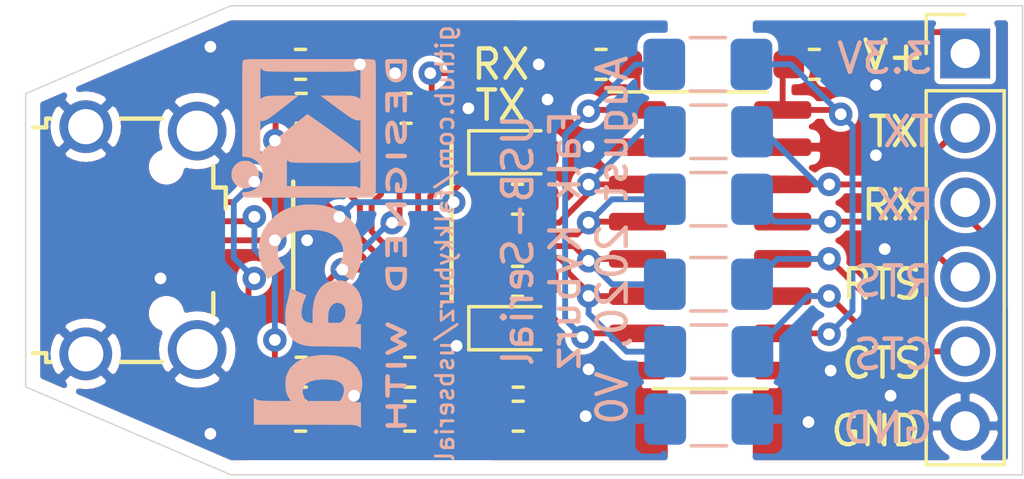
<source format=kicad_pcb>
(kicad_pcb (version 20171130) (host pcbnew "(5.1.5)-3")
  (layers (0 F.Cu signal) (31 B.Cu signal) (34 B.Paste user hide) (35 F.Paste user hide) (36 B.SilkS user) (37 F.SilkS user) (38 B.Mask user hide) (39 F.Mask user hide) (44 Edge.Cuts user))
  (net 0 "")
  (net 1 GND)
  (net 2 +5V)
  (net 3 +3V3)
  (net 4 /TXLed)
  (net 5 /RXLed)
  (net 6 /RX)
  (net 7 /TX)
  (net 8 /GNDi)
  (net 9 /CTSi)
  (net 10 /RTSi)
  (net 11 /RXi)
  (net 12 /TXi)
  (net 13 /3V3i)
  (net 14 /VBUS)
  (net 15 /USBD-)
  (net 16 /USBD+)
  (net 17 /TXLed1)
  (net 18 /RXLed1)
  (net 19 /USBDM)
  (net 20 /USBDP)
  (net 21 /~RTS~)
  (net 22 /~CTS~)
  (module Symbol:KiCad-Logo2_5mm_SilkScreen (layer B.Cu) (at 139 77.1 270)
    (fp_text reference SYM1 hide)
    (fp_text value KiCadLogo hide)
  )
  (module Resistor_SMD:R_1206_3216Metric_Pad1.42x1.75mm_HandSolder (layer B.Cu) (at 152.2665 71)
    (fp_text reference JP1 hide)
    (fp_text value Jumper_NO_Small)
    (pad 2 smd roundrect (at 1.4875 0) (size 1.425 1.75) (layers B.Cu B.Paste B.Mask) (roundrect_rratio 0.175439) (net 13 /3V3i))
    (pad 1 smd roundrect (at -1.4875 0) (size 1.425 1.75) (layers B.Cu B.Paste B.Mask) (roundrect_rratio 0.175439) (net 3 +3V3))
  )
  (module Capacitor_SMD:C_0603_1608Metric_Pad1.05x0.95mm_HandSolder (layer F.Cu) (at 142.1 81.5)
    (fp_text reference C7 hide)
    (fp_text value 100n)
    (pad 2 smd roundrect (at 0.875 0) (size 1.05 0.95) (layers F.Cu F.Paste F.Mask) (net 1 GND))
    (pad 1 smd roundrect (at -0.875 0) (size 1.05 0.95) (layers F.Cu F.Paste F.Mask) (net 2 +5V))
  )
  (module Resistor_SMD:R_1206_3216Metric_Pad1.42x1.75mm_HandSolder (layer B.Cu) (at 152.3 83.1)
    (fp_text reference JP6 hide)
    (fp_text value Jumper_NO_Small)
    (pad 2 smd roundrect (at 1.4875 0) (size 1.425 1.75) (layers B.Cu B.Paste B.Mask) (roundrect_rratio 0.175439) (net 8 /GNDi))
    (pad 1 smd roundrect (at -1.4875 0) (size 1.425 1.75) (layers B.Cu B.Paste B.Mask) (roundrect_rratio 0.175439) (net 1 GND))
  )
  (module Resistor_SMD:R_1206_3216Metric_Pad1.42x1.75mm_HandSolder (layer B.Cu) (at 152.3 80.8)
    (fp_text reference JP5 hide)
    (fp_text value Jumper_NO_Small)
    (pad 2 smd roundrect (at 1.4875 0) (size 1.425 1.75) (layers B.Cu B.Paste B.Mask) (roundrect_rratio 0.175439) (net 9 /CTSi))
    (pad 1 smd roundrect (at -1.4875 0) (size 1.425 1.75) (layers B.Cu B.Paste B.Mask) (roundrect_rratio 0.175439) (net 22 /~CTS~))
  )
  (module Resistor_SMD:R_1206_3216Metric_Pad1.42x1.75mm_HandSolder (layer B.Cu) (at 152.2875 75.6)
    (fp_text reference JP4 hide)
    (fp_text value Jumper_NO_Small)
    (pad 2 smd roundrect (at 1.4875 0) (size 1.425 1.75) (layers B.Cu B.Paste B.Mask) (roundrect_rratio 0.175439) (net 10 /RTSi))
    (pad 1 smd roundrect (at -1.4875 0) (size 1.425 1.75) (layers B.Cu B.Paste B.Mask) (roundrect_rratio 0.175439) (net 21 /~RTS~))
  )
  (module Resistor_SMD:R_1206_3216Metric_Pad1.42x1.75mm_HandSolder (layer B.Cu) (at 152.2875 78.5)
    (fp_text reference JP3 hide)
    (fp_text value Jumper_NO_Small)
    (pad 2 smd roundrect (at 1.4875 0) (size 1.425 1.75) (layers B.Cu B.Paste B.Mask) (roundrect_rratio 0.175439) (net 11 /RXi))
    (pad 1 smd roundrect (at -1.4875 0) (size 1.425 1.75) (layers B.Cu B.Paste B.Mask) (roundrect_rratio 0.175439) (net 6 /RX))
  )
  (module Resistor_SMD:R_1206_3216Metric_Pad1.42x1.75mm_HandSolder (layer B.Cu) (at 152.2875 73.3)
    (fp_text reference JP2 hide)
    (fp_text value Jumper_NO_Small)
    (pad 2 smd roundrect (at 1.4875 0) (size 1.425 1.75) (layers B.Cu B.Paste B.Mask) (roundrect_rratio 0.175439) (net 12 /TXi))
    (pad 1 smd roundrect (at -1.4875 0) (size 1.425 1.75) (layers B.Cu B.Paste B.Mask) (roundrect_rratio 0.175439) (net 7 /TX))
  )
  (module Connector_USB:USB_Micro-B_Wuerth_629105150521_CircularHoles (layer F.Cu) (at 133 77 270)
    (fp_text reference J2 hide)
    (fp_text value "USB_B_Micro WE 629105150521")
    (pad "" np_thru_hole circle (at 2.5 -0.8 270) (size 0.8 0.8) (drill 0.8) (layers *.Cu *.Mask))
    (pad "" np_thru_hole circle (at -2.5 -0.8 270) (size 0.8 0.8) (drill 0.8) (layers *.Cu *.Mask))
    (pad 6 thru_hole circle (at 3.875 1.95 270) (size 1.8 1.8) (drill 1.2) (layers *.Cu *.Mask) (net 1 GND))
    (pad 6 thru_hole circle (at -3.875 1.95 270) (size 1.8 1.8) (drill 1.2) (layers *.Cu *.Mask) (net 1 GND))
    (pad 6 thru_hole circle (at 3.725 -1.85 270) (size 2 2) (drill 1.4) (layers *.Cu *.Mask) (net 1 GND))
    (pad 6 thru_hole circle (at -3.725 -1.85 270) (size 2 2) (drill 1.4) (layers *.Cu *.Mask) (net 1 GND))
    (pad 5 smd rect (at 1.3 -1.9 270) (size 0.45 1.3) (layers F.Cu F.Paste F.Mask) (net 1 GND))
    (pad 4 smd rect (at 0.65 -1.9 270) (size 0.45 1.3) (layers F.Cu F.Paste F.Mask))
    (pad 3 smd rect (at 0 -1.9 270) (size 0.45 1.3) (layers F.Cu F.Paste F.Mask) (net 16 /USBD+))
    (pad 2 smd rect (at -0.65 -1.9 270) (size 0.45 1.3) (layers F.Cu F.Paste F.Mask) (net 15 /USBD-))
    (pad 1 smd rect (at -1.3 -1.9 270) (size 0.45 1.3) (layers F.Cu F.Paste F.Mask) (net 14 /VBUS))
  )
  (module Package_SO:SSOP-16_3.9x4.9mm_P0.635mm (layer F.Cu) (at 140.8 77 270)
    (fp_text reference U2 hide)
    (fp_text value FT230XS)
    (pad 16 smd rect (at 2.6 -2.2225 270) (size 1.2 0.4) (layers F.Cu F.Paste F.Mask))
    (pad 15 smd rect (at 2.6 -1.5875 270) (size 1.2 0.4) (layers F.Cu F.Paste F.Mask))
    (pad 14 smd rect (at 2.6 -0.9525 270) (size 1.2 0.4) (layers F.Cu F.Paste F.Mask) (net 4 /TXLed))
    (pad 13 smd rect (at 2.6 -0.3175 270) (size 1.2 0.4) (layers F.Cu F.Paste F.Mask) (net 1 GND))
    (pad 12 smd rect (at 2.6 0.3175 270) (size 1.2 0.4) (layers F.Cu F.Paste F.Mask) (net 2 +5V))
    (pad 11 smd rect (at 2.6 0.9525 270) (size 1.2 0.4) (layers F.Cu F.Paste F.Mask) (net 3 +3V3))
    (pad 10 smd rect (at 2.6 1.5875 270) (size 1.2 0.4) (layers F.Cu F.Paste F.Mask) (net 3 +3V3))
    (pad 9 smd rect (at 2.6 2.2225 270) (size 1.2 0.4) (layers F.Cu F.Paste F.Mask) (net 19 /USBDM))
    (pad 8 smd rect (at -2.6 2.2225 270) (size 1.2 0.4) (layers F.Cu F.Paste F.Mask) (net 20 /USBDP))
    (pad 7 smd rect (at -2.6 1.5875 270) (size 1.2 0.4) (layers F.Cu F.Paste F.Mask) (net 5 /RXLed))
    (pad 6 smd rect (at -2.6 0.9525 270) (size 1.2 0.4) (layers F.Cu F.Paste F.Mask) (net 22 /~CTS~))
    (pad 5 smd rect (at -2.6 0.3175 270) (size 1.2 0.4) (layers F.Cu F.Paste F.Mask) (net 1 GND))
    (pad 4 smd rect (at -2.6 -0.3175 270) (size 1.2 0.4) (layers F.Cu F.Paste F.Mask) (net 6 /RX))
    (pad 3 smd rect (at -2.6 -0.9525 270) (size 1.2 0.4) (layers F.Cu F.Paste F.Mask) (net 3 +3V3))
    (pad 2 smd rect (at -2.6 -1.5875 270) (size 1.2 0.4) (layers F.Cu F.Paste F.Mask) (net 21 /~RTS~))
    (pad 1 smd rect (at -2.6 -2.2225 270) (size 1.2 0.4) (layers F.Cu F.Paste F.Mask) (net 7 /TX))
  )
  (module Capacitor_SMD:C_0603_1608Metric_Pad1.05x0.95mm_HandSolder (layer F.Cu) (at 155.9 71)
    (fp_text reference C2 hide)
    (fp_text value 100n)
    (pad 2 smd roundrect (at 0.875 0) (size 1.05 0.95) (layers F.Cu F.Paste F.Mask) (net 8 /GNDi))
    (pad 1 smd roundrect (at -0.875 0) (size 1.05 0.95) (layers F.Cu F.Paste F.Mask) (net 13 /3V3i))
  )
  (module Resistor_SMD:R_0603_1608Metric_Pad1.05x0.95mm_HandSolder (layer F.Cu) (at 145.775 75.6)
    (fp_text reference R2 hide)
    (fp_text value 270)
    (pad 2 smd roundrect (at 0.875 0) (size 1.05 0.95) (layers F.Cu F.Paste F.Mask) (net 18 /RXLed1))
    (pad 1 smd roundrect (at -0.875 0) (size 1.05 0.95) (layers F.Cu F.Paste F.Mask) (net 3 +3V3))
  )
  (module Resistor_SMD:R_0603_1608Metric_Pad1.05x0.95mm_HandSolder (layer F.Cu) (at 145.775 78.4)
    (fp_text reference R1 hide)
    (fp_text value 270)
    (pad 2 smd roundrect (at 0.875 0) (size 1.05 0.95) (layers F.Cu F.Paste F.Mask) (net 17 /TXLed1))
    (pad 1 smd roundrect (at -0.875 0) (size 1.05 0.95) (layers F.Cu F.Paste F.Mask) (net 3 +3V3))
  )
  (module LED_SMD:LED_0603_1608Metric_Pad1.05x0.95mm_HandSolder (layer F.Cu) (at 145.775 74)
    (fp_text reference D2 hide)
    (fp_text value Green)
    (pad 2 smd roundrect (at 0.875 0) (size 1.05 0.95) (layers F.Cu F.Paste F.Mask) (net 18 /RXLed1))
    (pad 1 smd roundrect (at -0.875 0) (size 1.05 0.95) (layers F.Cu F.Paste F.Mask) (net 5 /RXLed))
  )
  (module LED_SMD:LED_0603_1608Metric_Pad1.05x0.95mm_HandSolder (layer F.Cu) (at 145.775 80)
    (fp_text reference D1 hide)
    (fp_text value Green)
    (pad 2 smd roundrect (at 0.875 0) (size 1.05 0.95) (layers F.Cu F.Paste F.Mask) (net 17 /TXLed1))
    (pad 1 smd roundrect (at -0.875 0) (size 1.05 0.95) (layers F.Cu F.Paste F.Mask) (net 4 /TXLed))
  )
  (module Package_SO:SOIC-16_3.9x9.9mm_P1.27mm (layer F.Cu) (at 152.344 77)
    (fp_text reference U1 hide)
    (fp_text value Si8642BB-B-IS1)
    (pad 16 smd roundrect (at 2.475 -4.445) (size 1.95 0.6) (layers F.Cu F.Paste F.Mask) (net 13 /3V3i))
    (pad 15 smd roundrect (at 2.475 -3.175) (size 1.95 0.6) (layers F.Cu F.Paste F.Mask) (net 8 /GNDi))
    (pad 14 smd roundrect (at 2.475 -1.905) (size 1.95 0.6) (layers F.Cu F.Paste F.Mask) (net 12 /TXi))
    (pad 13 smd roundrect (at 2.475 -0.635) (size 1.95 0.6) (layers F.Cu F.Paste F.Mask) (net 10 /RTSi))
    (pad 12 smd roundrect (at 2.475 0.635) (size 1.95 0.6) (layers F.Cu F.Paste F.Mask) (net 11 /RXi))
    (pad 11 smd roundrect (at 2.475 1.905) (size 1.95 0.6) (layers F.Cu F.Paste F.Mask) (net 9 /CTSi))
    (pad 10 smd roundrect (at 2.475 3.175) (size 1.95 0.6) (layers F.Cu F.Paste F.Mask) (net 13 /3V3i))
    (pad 9 smd roundrect (at 2.475 4.445) (size 1.95 0.6) (layers F.Cu F.Paste F.Mask) (net 8 /GNDi))
    (pad 8 smd roundrect (at -2.475 4.445) (size 1.95 0.6) (layers F.Cu F.Paste F.Mask) (net 1 GND))
    (pad 7 smd roundrect (at -2.475 3.175) (size 1.95 0.6) (layers F.Cu F.Paste F.Mask) (net 3 +3V3))
    (pad 6 smd roundrect (at -2.475 1.905) (size 1.95 0.6) (layers F.Cu F.Paste F.Mask) (net 22 /~CTS~))
    (pad 5 smd roundrect (at -2.475 0.635) (size 1.95 0.6) (layers F.Cu F.Paste F.Mask) (net 6 /RX))
    (pad 4 smd roundrect (at -2.475 -0.635) (size 1.95 0.6) (layers F.Cu F.Paste F.Mask) (net 21 /~RTS~))
    (pad 3 smd roundrect (at -2.475 -1.905) (size 1.95 0.6) (layers F.Cu F.Paste F.Mask) (net 7 /TX))
    (pad 2 smd roundrect (at -2.475 -3.175) (size 1.95 0.6) (layers F.Cu F.Paste F.Mask) (net 1 GND))
    (pad 1 smd roundrect (at -2.475 -4.445) (size 1.95 0.6) (layers F.Cu F.Paste F.Mask) (net 3 +3V3))
  )
  (module Resistor_SMD:R_0603_1608Metric_Pad1.05x0.95mm_HandSolder (layer F.Cu) (at 138.4 81.5 180)
    (fp_text reference R4 hide)
    (fp_text value 27R)
    (pad 2 smd roundrect (at 0.875 0 180) (size 1.05 0.95) (layers F.Cu F.Paste F.Mask) (net 15 /USBD-))
    (pad 1 smd roundrect (at -0.875 0 180) (size 1.05 0.95) (layers F.Cu F.Paste F.Mask) (net 19 /USBDM))
  )
  (module Resistor_SMD:R_0603_1608Metric_Pad1.05x0.95mm_HandSolder (layer F.Cu) (at 138.4 72.5 180)
    (fp_text reference R3 hide)
    (fp_text value 27R)
    (pad 2 smd roundrect (at 0.875 0 180) (size 1.05 0.95) (layers F.Cu F.Paste F.Mask) (net 16 /USBD+))
    (pad 1 smd roundrect (at -0.875 0 180) (size 1.05 0.95) (layers F.Cu F.Paste F.Mask) (net 20 /USBDP))
  )
  (module Connector_PinHeader_2.54mm:PinHeader_1x06_P2.54mm_Vertical (layer F.Cu) (at 161.044 70.63)
    (fp_text reference J1 hide)
    (fp_text value Conn_01x06_Male)
    (pad 6 thru_hole oval (at 0 12.7) (size 1.7 1.7) (drill 1) (layers *.Cu *.Mask) (net 8 /GNDi))
    (pad 5 thru_hole oval (at 0 10.16) (size 1.7 1.7) (drill 1) (layers *.Cu *.Mask) (net 9 /CTSi))
    (pad 4 thru_hole oval (at 0 7.62) (size 1.7 1.7) (drill 1) (layers *.Cu *.Mask) (net 10 /RTSi))
    (pad 3 thru_hole oval (at 0 5.08) (size 1.7 1.7) (drill 1) (layers *.Cu *.Mask) (net 11 /RXi))
    (pad 2 thru_hole oval (at 0 2.54) (size 1.7 1.7) (drill 1) (layers *.Cu *.Mask) (net 12 /TXi))
    (pad 1 thru_hole rect (at 0 0) (size 1.7 1.7) (drill 1) (layers *.Cu *.Mask) (net 13 /3V3i))
  )
  (module Inductor_SMD:L_0603_1608Metric_Pad1.05x0.95mm_HandSolder (layer F.Cu) (at 142.1 83 180)
    (fp_text reference FB1 hide)
    (fp_text value MI0603J601R-10)
    (pad 2 smd roundrect (at 0.875 0 180) (size 1.05 0.95) (layers F.Cu F.Paste F.Mask) (net 14 /VBUS))
    (pad 1 smd roundrect (at -0.875 0 180) (size 1.05 0.95) (layers F.Cu F.Paste F.Mask) (net 2 +5V))
  )
  (module Capacitor_SMD:C_0603_1608Metric_Pad1.05x0.95mm_HandSolder (layer F.Cu) (at 148.625 71 180)
    (fp_text reference C1 hide)
    (fp_text value 100n)
    (pad 2 smd roundrect (at 0.875 0 180) (size 1.05 0.95) (layers F.Cu F.Paste F.Mask) (net 1 GND))
    (pad 1 smd roundrect (at -0.875 0 180) (size 1.05 0.95) (layers F.Cu F.Paste F.Mask) (net 3 +3V3))
  )
  (module Capacitor_SMD:C_0603_1608Metric_Pad1.05x0.95mm_HandSolder (layer F.Cu) (at 141.975 72.5 180)
    (fp_text reference C8 hide)
    (fp_text value 100n)
    (pad 2 smd roundrect (at 0.875 0 180) (size 1.05 0.95) (layers F.Cu F.Paste F.Mask) (net 1 GND))
    (pad 1 smd roundrect (at -0.875 0 180) (size 1.05 0.95) (layers F.Cu F.Paste F.Mask) (net 3 +3V3))
  )
  (module Capacitor_SMD:C_0603_1608Metric_Pad1.05x0.95mm_HandSolder (layer F.Cu) (at 145.8 81.5)
    (fp_text reference C6 hide)
    (fp_text value 4.7u)
    (pad 2 smd roundrect (at 0.875 0) (size 1.05 0.95) (layers F.Cu F.Paste F.Mask) (net 1 GND))
    (pad 1 smd roundrect (at -0.875 0) (size 1.05 0.95) (layers F.Cu F.Paste F.Mask) (net 2 +5V))
  )
  (module Capacitor_SMD:C_0603_1608Metric_Pad1.05x0.95mm_HandSolder (layer F.Cu) (at 138.375 83)
    (fp_text reference C5 hide)
    (fp_text value 47p)
    (pad 2 smd roundrect (at 0.875 0) (size 1.05 0.95) (layers F.Cu F.Paste F.Mask) (net 1 GND))
    (pad 1 smd roundrect (at -0.875 0) (size 1.05 0.95) (layers F.Cu F.Paste F.Mask) (net 15 /USBD-))
  )
  (module Capacitor_SMD:C_0603_1608Metric_Pad1.05x0.95mm_HandSolder (layer F.Cu) (at 138.375 71)
    (fp_text reference C4 hide)
    (fp_text value 47p)
    (pad 2 smd roundrect (at 0.875 0) (size 1.05 0.95) (layers F.Cu F.Paste F.Mask) (net 1 GND))
    (pad 1 smd roundrect (at -0.875 0) (size 1.05 0.95) (layers F.Cu F.Paste F.Mask) (net 16 /USBD+))
  )
  (module Capacitor_SMD:C_0603_1608Metric_Pad1.05x0.95mm_HandSolder (layer F.Cu) (at 145.8 83)
    (fp_text reference C3 hide)
    (fp_text value 10n)
    (pad 2 smd roundrect (at 0.875 0) (size 1.05 0.95) (layers F.Cu F.Paste F.Mask) (net 1 GND))
    (pad 1 smd roundrect (at -0.875 0) (size 1.05 0.95) (layers F.Cu F.Paste F.Mask) (net 14 /VBUS))
  )
  (gr_text github.com/falkkyburz/usbserial (at 143.3 77.1 90) (layer B.SilkS) (effects (font (size 0.6 0.6) (thickness 0.1)) (justify mirror)))
  (gr_text TX (at 145.2 72.4) (layer F.SilkS) (effects (font (size 1 1))))
  (gr_text RX (at 145.2 71) (layer F.SilkS) (effects (font (size 1 1))))
  (gr_text GND (at 158.4 83.4) (layer B.SilkS) (effects (font (size 1 1)) (justify mirror)))
  (gr_text TX (at 159.1 73.3) (layer B.SilkS) (effects (font (size 1 1)) (justify mirror)))
  (gr_text RX (at 159 75.8) (layer B.SilkS) (effects (font (size 1 1)) (justify mirror)))
  (gr_text CTS (at 158.6 80.9) (layer B.SilkS) (effects (font (size 1 1)) (justify mirror)))
  (gr_text 3.3V (at 158.3 70.8) (layer B.SilkS) (effects (font (size 1 1)) (justify mirror)))
  (gr_text RTS (at 158.6 78.4) (layer B.SilkS) (effects (font (size 1 1)) (justify mirror)))
  (gr_text "USB-Serial\nFalk Kyburz\nAugust 2020, V0" (at 147.4 77 90) (layer B.SilkS) (effects (font (size 1 1)) (justify mirror)))
  (gr_line (start 129 82) (end 136 85) (layer Edge.Cuts) (width 0.05))
  (gr_line (start 136 69) (end 129 72) (layer Edge.Cuts) (width 0.05))
  (gr_text GND (at 158 83.5) (layer F.SilkS) (effects (font (size 1 1))))
  (gr_text CTS (at 158.2 81.2) (layer F.SilkS) (effects (font (size 1 1))))
  (gr_text RTS (at 158.2 78.5) (layer F.SilkS) (effects (font (size 1 1))))
  (gr_text RX (at 158.5 75.8) (layer F.SilkS) (effects (font (size 1 1))))
  (gr_text TX (at 158.6 73.3) (layer F.SilkS) (effects (font (size 1 1))))
  (gr_text V+ (at 158.6 70.7) (layer F.SilkS) (effects (font (size 1 1))))
  (gr_line (start 136 85) (end 163 85) (layer Edge.Cuts) (width 0.05))
  (gr_line (start 129 72) (end 129 82) (layer Edge.Cuts) (width 0.05))
  (gr_line (start 163 69) (end 136 69) (layer Edge.Cuts) (width 0.05))
  (gr_line (start 163 85) (end 163 69) (layer Edge.Cuts) (width 0.05))
  (via (at 135.3 70.4) (size 0.8) (drill 0.4) (layers F.Cu B.Cu) (net 1))
  (via (at 135.3 83.6) (size 0.8) (drill 0.4) (layers F.Cu B.Cu) (net 1))
  (segment (start 134.9 78.3) (end 134.9 78.5) (width 0.2) (layer F.Cu) (net 1))
  (segment (start 148.245 81.445) (end 149.869 81.445) (width 0.2) (layer F.Cu) (net 1))
  (via (at 148.2 81.4) (size 0.8) (drill 0.4) (layers F.Cu B.Cu) (net 1))
  (segment (start 148.2 81.4) (end 148.245 81.445) (width 0.2) (layer F.Cu) (net 1))
  (segment (start 140.4 71) (end 139.25 71) (width 0.2) (layer F.Cu) (net 1))
  (via (at 140.4 71) (size 0.8) (drill 0.4) (layers F.Cu B.Cu) (net 1))
  (segment (start 140.4825 73.1175) (end 141.1 72.5) (width 0.2) (layer F.Cu) (net 1))
  (segment (start 140.4825 74.4) (end 140.4825 73.1175) (width 0.2) (layer F.Cu) (net 1))
  (via (at 141.6 71.3) (size 0.8) (drill 0.4) (layers F.Cu B.Cu) (net 1))
  (segment (start 141.1 72.5) (end 141.1 71.8) (width 0.2) (layer F.Cu) (net 1))
  (segment (start 141.1 71.8) (end 141.6 71.3) (width 0.2) (layer F.Cu) (net 1))
  (segment (start 148.1 81.5) (end 148.2 81.4) (width 0.2) (layer F.Cu) (net 1))
  (segment (start 146.675 81.5) (end 148.1 81.5) (width 0.2) (layer F.Cu) (net 1))
  (via (at 148.2 73.8) (size 0.8) (drill 0.4) (layers F.Cu B.Cu) (net 1))
  (segment (start 149.869 73.825) (end 148.225 73.825) (width 0.2) (layer F.Cu) (net 1))
  (segment (start 148.225 73.825) (end 148.2 73.8) (width 0.2) (layer F.Cu) (net 1))
  (via (at 138.6 77) (size 0.8) (drill 0.4) (layers F.Cu B.Cu) (net 1))
  (via (at 133.6 78.3) (size 0.8) (drill 0.4) (layers F.Cu B.Cu) (net 1))
  (via (at 146.5 71) (size 0.8) (drill 0.4) (layers F.Cu B.Cu) (net 1))
  (via (at 144.1 72.5) (size 0.8) (drill 0.4) (layers F.Cu B.Cu) (net 1))
  (segment (start 146.675 83) (end 148.1 83) (width 0.2) (layer F.Cu) (net 1))
  (via (at 148.1 83) (size 0.8) (drill 0.4) (layers F.Cu B.Cu) (net 1))
  (segment (start 147.75 71.25) (end 147.75 71) (width 0.2) (layer F.Cu) (net 1))
  (via (at 146.8 72.2) (size 0.8) (drill 0.4) (layers F.Cu B.Cu) (net 1))
  (segment (start 146.8 72.2) (end 147.75 71.25) (width 0.2) (layer F.Cu) (net 1))
  (segment (start 143.7 80.65) (end 142.85 81.5) (width 0.2) (layer F.Cu) (net 1))
  (via (at 143.7 80.6) (size 0.8) (drill 0.4) (layers F.Cu B.Cu) (net 1))
  (segment (start 143.7 80.6) (end 143.7 80.65) (width 0.2) (layer F.Cu) (net 1))
  (segment (start 139.5 83) (end 139.25 83) (width 0.2) (layer F.Cu) (net 1))
  (via (at 140.2 82.3) (size 0.8) (drill 0.4) (layers F.Cu B.Cu) (net 1))
  (segment (start 140.2 82.3) (end 139.5 83) (width 0.2) (layer F.Cu) (net 1))
  (segment (start 140.4825 80.6825) (end 140.4825 79.6) (width 0.2) (layer F.Cu) (net 2))
  (segment (start 142.8 83) (end 140.4825 80.6825) (width 0.2) (layer F.Cu) (net 2))
  (segment (start 143.3 83) (end 142.8 83) (width 0.2) (layer F.Cu) (net 2))
  (segment (start 144.625 81.5) (end 144.625 81.675) (width 0.2) (layer F.Cu) (net 2))
  (segment (start 144.625 81.675) (end 143.3 83) (width 0.2) (layer F.Cu) (net 2))
  (via (at 148.2 72.6) (size 0.8) (drill 0.4) (layers F.Cu B.Cu) (net 3))
  (segment (start 149.869 72.555) (end 148.245 72.555) (width 0.2) (layer F.Cu) (net 3))
  (segment (start 148.245 72.555) (end 148.2 72.6) (width 0.2) (layer F.Cu) (net 3))
  (segment (start 149.8 71) (end 148.2 72.6) (width 0.2) (layer B.Cu) (net 3))
  (segment (start 150.779 71) (end 149.8 71) (width 0.2) (layer B.Cu) (net 3))
  (segment (start 149.869 71.369) (end 149.5 71) (width 0.2) (layer F.Cu) (net 3))
  (segment (start 149.869 72.555) (end 149.869 71.369) (width 0.2) (layer F.Cu) (net 3))
  (segment (start 141.7525 73.5975) (end 142.85 72.5) (width 0.2) (layer F.Cu) (net 3))
  (segment (start 141.7525 74.4) (end 141.7525 73.5975) (width 0.2) (layer F.Cu) (net 3))
  (via (at 142.8 71.3) (size 0.8) (drill 0.4) (layers F.Cu B.Cu) (net 3))
  (segment (start 142.85 72.5) (end 142.85 71.35) (width 0.2) (layer F.Cu) (net 3))
  (segment (start 142.85 71.35) (end 142.8 71.3) (width 0.2) (layer F.Cu) (net 3))
  (segment (start 142.8 71.3) (end 144.4 71.3) (width 0.2) (layer F.Cu) (net 3))
  (segment (start 144.4 71.3) (end 145.8 72.7) (width 0.2) (layer F.Cu) (net 3))
  (segment (start 145.8 74.7) (end 144.9 75.6) (width 0.2) (layer F.Cu) (net 3))
  (segment (start 145.8 72.7) (end 145.8 74.7) (width 0.2) (layer F.Cu) (net 3))
  (segment (start 149.5 71) (end 149.5 70.5) (width 0.2) (layer F.Cu) (net 3))
  (segment (start 149.5 70.5) (end 149 70) (width 0.2) (layer F.Cu) (net 3))
  (segment (start 145.7 70) (end 144.4 71.3) (width 0.2) (layer F.Cu) (net 3))
  (segment (start 149 70) (end 145.7 70) (width 0.2) (layer F.Cu) (net 3))
  (via (at 148 80.3) (size 0.8) (drill 0.4) (layers F.Cu B.Cu) (net 3))
  (segment (start 149.869 80.175) (end 148.125 80.175) (width 0.2) (layer F.Cu) (net 3))
  (segment (start 148.125 80.175) (end 148 80.3) (width 0.2) (layer F.Cu) (net 3))
  (segment (start 148 80.3) (end 147.4 79.7) (width 0.2) (layer B.Cu) (net 3))
  (segment (start 147.4 73.4) (end 148.2 72.6) (width 0.2) (layer B.Cu) (net 3))
  (segment (start 147.4 79.7) (end 147.4 73.4) (width 0.2) (layer B.Cu) (net 3))
  (segment (start 141.7525 76.1475) (end 141.7525 74.4) (width 0.2) (layer F.Cu) (net 3))
  (via (at 141.5 76.4) (size 0.8) (drill 0.4) (layers F.Cu B.Cu) (net 3))
  (segment (start 141.5 76.4) (end 141.7525 76.1475) (width 0.2) (layer F.Cu) (net 3))
  (segment (start 139.2125 78.4875) (end 139.2125 79.6) (width 0.2) (layer F.Cu) (net 3))
  (via (at 139.8 78) (size 0.8) (drill 0.4) (layers F.Cu B.Cu) (net 3))
  (segment (start 139.7 78) (end 139.2125 78.4875) (width 0.2) (layer F.Cu) (net 3))
  (segment (start 139.8 78) (end 139.7 78) (width 0.2) (layer F.Cu) (net 3))
  (segment (start 139.8475 78.0475) (end 139.8475 79.6) (width 0.2) (layer F.Cu) (net 3))
  (segment (start 139.8 78) (end 139.8475 78.0475) (width 0.2) (layer F.Cu) (net 3))
  (segment (start 141.4 76.4) (end 139.8 78) (width 0.2) (layer B.Cu) (net 3))
  (segment (start 141.5 76.4) (end 141.4 76.4) (width 0.2) (layer B.Cu) (net 3))
  (segment (start 139.8 78) (end 143.8 78) (width 0.2) (layer F.Cu) (net 3))
  (segment (start 144.2 78.4) (end 144.9 78.4) (width 0.2) (layer F.Cu) (net 3))
  (segment (start 143.8 78) (end 144.2 78.4) (width 0.2) (layer F.Cu) (net 3))
  (segment (start 144.9 80) (end 144.5 80) (width 0.2) (layer F.Cu) (net 4))
  (segment (start 144.5 80) (end 143.7 79.2) (width 0.2) (layer F.Cu) (net 4))
  (segment (start 143.7 79.2) (end 143.7 78.8) (width 0.2) (layer F.Cu) (net 4))
  (segment (start 143.7 78.8) (end 143.4 78.5) (width 0.2) (layer F.Cu) (net 4))
  (segment (start 143.4 78.5) (end 142 78.5) (width 0.2) (layer F.Cu) (net 4))
  (segment (start 141.7525 78.7475) (end 141.7525 79.6) (width 0.2) (layer F.Cu) (net 4))
  (segment (start 142 78.5) (end 141.7525 78.7475) (width 0.2) (layer F.Cu) (net 4))
  (segment (start 139.2125 75.7125) (end 139.2125 74.4) (width 0.2) (layer F.Cu) (net 5))
  (via (at 139.7 76.2) (size 0.8) (drill 0.4) (layers F.Cu B.Cu) (net 5))
  (segment (start 139.7 76.2) (end 139.2125 75.7125) (width 0.2) (layer F.Cu) (net 5))
  (segment (start 143.6 75.7) (end 143.6 75.3) (width 0.2) (layer F.Cu) (net 5))
  (segment (start 143.6 75.3) (end 144.9 74) (width 0.2) (layer F.Cu) (net 5))
  (via (at 143.6 75.7) (size 0.8) (drill 0.4) (layers F.Cu B.Cu) (net 5))
  (segment (start 140.2 75.7) (end 139.7 76.2) (width 0.2) (layer B.Cu) (net 5))
  (segment (start 143.6 75.7) (end 140.2 75.7) (width 0.2) (layer B.Cu) (net 5))
  (segment (start 148.2 77.7) (end 149 78.5) (width 0.2) (layer B.Cu) (net 6))
  (segment (start 148.265 77.635) (end 149.869 77.635) (width 0.2) (layer F.Cu) (net 6))
  (via (at 148.2 77.7) (size 0.8) (drill 0.4) (layers F.Cu B.Cu) (net 6))
  (segment (start 149 78.5) (end 150.8 78.5) (width 0.2) (layer B.Cu) (net 6))
  (segment (start 148.2 77.7) (end 148.265 77.635) (width 0.2) (layer F.Cu) (net 6))
  (segment (start 141.1175 75.4325) (end 141.1175 74.4) (width 0.2) (layer F.Cu) (net 6))
  (segment (start 140.8 76.7) (end 140.8 75.75) (width 0.2) (layer F.Cu) (net 6))
  (segment (start 147.7 77.2) (end 141.3 77.2) (width 0.2) (layer F.Cu) (net 6))
  (segment (start 148.2 77.7) (end 147.7 77.2) (width 0.2) (layer F.Cu) (net 6))
  (segment (start 141.3 77.2) (end 140.8 76.7) (width 0.2) (layer F.Cu) (net 6))
  (segment (start 140.8 75.75) (end 141.1175 75.4325) (width 0.2) (layer F.Cu) (net 6))
  (segment (start 148.205 75.095) (end 149.869 75.095) (width 0.2) (layer F.Cu) (net 7))
  (segment (start 148.2 75.1) (end 148.205 75.095) (width 0.2) (layer F.Cu) (net 7))
  (segment (start 150 73.3) (end 150.8 73.3) (width 0.2) (layer B.Cu) (net 7))
  (via (at 148.2 75.1) (size 0.8) (drill 0.4) (layers F.Cu B.Cu) (net 7))
  (segment (start 148.2 75.1) (end 150 73.3) (width 0.2) (layer B.Cu) (net 7))
  (segment (start 143.0225 75.2775) (end 143.0225 74.4) (width 0.2) (layer F.Cu) (net 7))
  (segment (start 142.8 75.5) (end 143.0225 75.2775) (width 0.2) (layer F.Cu) (net 7))
  (segment (start 143.1 76.4) (end 142.8 76.1) (width 0.2) (layer F.Cu) (net 7))
  (segment (start 148.2 75.4) (end 147.2 76.4) (width 0.2) (layer F.Cu) (net 7))
  (segment (start 148.2 75.1) (end 148.2 75.4) (width 0.2) (layer F.Cu) (net 7))
  (segment (start 147.2 76.4) (end 143.1 76.4) (width 0.2) (layer F.Cu) (net 7))
  (segment (start 142.8 76.1) (end 142.8 75.5) (width 0.2) (layer F.Cu) (net 7))
  (segment (start 154.819 73.625) (end 154.844 73.65) (width 0.2) (layer F.Cu) (net 8))
  (segment (start 154.819 81.445) (end 156.455 81.445) (width 0.2) (layer F.Cu) (net 8))
  (via (at 156.455 81.445) (size 0.8) (drill 0.4) (layers F.Cu B.Cu) (net 8))
  (segment (start 154.8 83.1) (end 156.455 81.445) (width 0.2) (layer B.Cu) (net 8))
  (segment (start 153.7875 83.1) (end 154.8 83.1) (width 0.2) (layer B.Cu) (net 8))
  (via (at 155.7 83.2) (size 0.8) (drill 0.4) (layers F.Cu B.Cu) (net 8))
  (via (at 158.3 77.3) (size 0.8) (drill 0.4) (layers F.Cu B.Cu) (net 8))
  (via (at 158.5 82.3) (size 0.8) (drill 0.4) (layers F.Cu B.Cu) (net 8))
  (via (at 158 74.1) (size 0.8) (drill 0.4) (layers F.Cu B.Cu) (net 8))
  (via (at 158 71.7) (size 0.8) (drill 0.4) (layers F.Cu B.Cu) (net 8))
  (segment (start 156.505 78.905) (end 156.505 78.905) (width 0.2) (layer F.Cu) (net 9))
  (segment (start 159.89 80.79) (end 161.044 80.79) (width 0.2) (layer F.Cu) (net 9))
  (segment (start 156.4 78.9) (end 158.29 80.79) (width 0.2) (layer F.Cu) (net 9))
  (segment (start 156.395 78.905) (end 156.4 78.9) (width 0.2) (layer F.Cu) (net 9))
  (via (at 156.4 78.9) (size 0.8) (drill 0.4) (layers F.Cu B.Cu) (net 9))
  (segment (start 154.819 78.905) (end 156.395 78.905) (width 0.2) (layer F.Cu) (net 9))
  (segment (start 155.6875 78.9) (end 153.7875 80.8) (width 0.2) (layer B.Cu) (net 9))
  (segment (start 156.4 78.9) (end 155.6875 78.9) (width 0.2) (layer B.Cu) (net 9))
  (segment (start 158.29 80.79) (end 159.89 80.79) (width 0.2) (layer F.Cu) (net 9))
  (segment (start 154.819 76.365) (end 156.435 76.365) (width 0.2) (layer F.Cu) (net 10))
  (via (at 156.435 76.365) (size 0.8) (drill 0.4) (layers F.Cu B.Cu) (net 10))
  (segment (start 154.54 76.365) (end 153.775 75.6) (width 0.2) (layer B.Cu) (net 10))
  (segment (start 156.435 76.365) (end 154.54 76.365) (width 0.2) (layer B.Cu) (net 10))
  (segment (start 156.435 76.365) (end 158.965 76.365) (width 0.2) (layer F.Cu) (net 10))
  (segment (start 158.959 76.365) (end 159 76.4) (width 0.2) (layer F.Cu) (net 10))
  (segment (start 158.965 76.365) (end 159 76.4) (width 0.2) (layer F.Cu) (net 10))
  (segment (start 159 76.4) (end 160.844 78.25) (width 0.2) (layer F.Cu) (net 10))
  (segment (start 154.994 77.435) (end 154.019 77.435) (width 0.2) (layer F.Cu) (net 11))
  (segment (start 154.834 77.45) (end 154.819 77.435) (width 0.2) (layer F.Cu) (net 11))
  (segment (start 160.444 75.78) (end 160.444 76.186004) (width 0.2) (layer F.Cu) (net 11))
  (segment (start 156.4 77.635) (end 156.4 77.635) (width 0.2) (layer F.Cu) (net 11))
  (segment (start 156.4 77.635) (end 154.819 77.635) (width 0.2) (layer F.Cu) (net 11))
  (via (at 156.4 77.635) (size 0.8) (drill 0.4) (layers F.Cu B.Cu) (net 11))
  (segment (start 154.64 77.635) (end 153.775 78.5) (width 0.2) (layer B.Cu) (net 11))
  (segment (start 156.4 77.635) (end 154.64 77.635) (width 0.2) (layer B.Cu) (net 11))
  (segment (start 161.044 76.144) (end 161.044 75.71) (width 0.2) (layer F.Cu) (net 11))
  (segment (start 158.265 79.5) (end 161.7 79.5) (width 0.2) (layer F.Cu) (net 11))
  (segment (start 162.3 77.4) (end 161.044 76.144) (width 0.2) (layer F.Cu) (net 11))
  (segment (start 156.4 77.635) (end 158.265 79.5) (width 0.2) (layer F.Cu) (net 11))
  (segment (start 161.7 79.5) (end 162.3 78.9) (width 0.2) (layer F.Cu) (net 11))
  (segment (start 162.3 78.9) (end 162.3 77.4) (width 0.2) (layer F.Cu) (net 11))
  (segment (start 154.994 74.895) (end 154.019 74.895) (width 0.2) (layer F.Cu) (net 12))
  (segment (start 155.049002 74.950002) (end 154.994 74.895) (width 0.2) (layer F.Cu) (net 12))
  (segment (start 154.819 75.095) (end 156.405 75.095) (width 0.2) (layer F.Cu) (net 12))
  (via (at 156.405 75.095) (size 0.8) (drill 0.4) (layers F.Cu B.Cu) (net 12))
  (segment (start 153.775 73.3) (end 154.2 73.3) (width 0.2) (layer B.Cu) (net 12))
  (segment (start 155.995 75.095) (end 156.405 75.095) (width 0.2) (layer B.Cu) (net 12))
  (segment (start 154.2 73.3) (end 155.995 75.095) (width 0.2) (layer B.Cu) (net 12))
  (segment (start 158.919 75.095) (end 160.844 73.17) (width 0.2) (layer F.Cu) (net 12))
  (segment (start 156.405 75.095) (end 158.919 75.095) (width 0.2) (layer F.Cu) (net 12))
  (segment (start 154.819 71.206) (end 155.025 71) (width 0.2) (layer F.Cu) (net 13))
  (segment (start 154.819 72.555) (end 154.819 71.206) (width 0.2) (layer F.Cu) (net 13))
  (segment (start 156.375 80.175) (end 154.819 80.175) (width 0.2) (layer F.Cu) (net 13))
  (via (at 156.4 80.2) (size 0.8) (drill 0.4) (layers F.Cu B.Cu) (net 13))
  (segment (start 156.4 80.2) (end 156.375 80.175) (width 0.2) (layer F.Cu) (net 13))
  (segment (start 160.314 69.9) (end 161.044 70.63) (width 0.2) (layer F.Cu) (net 13))
  (segment (start 155.5 69.9) (end 160.314 69.9) (width 0.2) (layer F.Cu) (net 13))
  (segment (start 155.025 71) (end 155.025 70.375) (width 0.2) (layer F.Cu) (net 13))
  (segment (start 155.025 70.375) (end 155.5 69.9) (width 0.2) (layer F.Cu) (net 13))
  (segment (start 157.2 79.4) (end 156.4 80.2) (width 0.2) (layer B.Cu) (net 13))
  (segment (start 157.2 73.1) (end 157.2 79.4) (width 0.2) (layer B.Cu) (net 13))
  (segment (start 156.8 72.7) (end 157.2 73.1) (width 0.2) (layer B.Cu) (net 13))
  (segment (start 156.8 72.7) (end 156.655 72.555) (width 0.2) (layer F.Cu) (net 13))
  (segment (start 156.655 72.555) (end 154.819 72.555) (width 0.2) (layer F.Cu) (net 13))
  (segment (start 156.8 72.7) (end 155.1 71) (width 0.2) (layer B.Cu) (net 13))
  (via (at 156.8 72.7) (size 0.8) (drill 0.4) (layers F.Cu B.Cu) (net 13))
  (segment (start 155.1 71) (end 153.754 71) (width 0.2) (layer B.Cu) (net 13))
  (segment (start 141.1 84.1) (end 141.1 83) (width 0.2) (layer F.Cu) (net 14))
  (segment (start 144.925 83.775) (end 144.925 83) (width 0.2) (layer F.Cu) (net 14))
  (segment (start 141.1 84.1) (end 144.6 84.1) (width 0.2) (layer F.Cu) (net 14))
  (segment (start 144.6 84.1) (end 144.925 83.775) (width 0.2) (layer F.Cu) (net 14))
  (segment (start 136.8 75) (end 136.1 75.7) (width 0.2) (layer F.Cu) (net 14))
  (segment (start 136.1 75.7) (end 134.9 75.7) (width 0.2) (layer F.Cu) (net 14))
  (via (at 136.8 75) (size 0.8) (drill 0.4) (layers F.Cu B.Cu) (net 14))
  (via (at 136.8 78.3) (size 0.8) (drill 0.4) (layers F.Cu B.Cu) (net 14))
  (segment (start 136.8 84.1) (end 141.1 84.1) (width 0.2) (layer F.Cu) (net 14))
  (segment (start 136.8 78.3) (end 136.6 78.5) (width 0.2) (layer F.Cu) (net 14))
  (segment (start 136.6 83.9) (end 136.8 84.1) (width 0.2) (layer F.Cu) (net 14))
  (segment (start 136.6 78.5) (end 136.6 83.9) (width 0.2) (layer F.Cu) (net 14))
  (segment (start 136.1 75.7) (end 136.8 75) (width 0.2) (layer B.Cu) (net 14))
  (segment (start 136.8 78.3) (end 136.1 77.6) (width 0.2) (layer B.Cu) (net 14))
  (segment (start 136.1 77.6) (end 136.1 75.7) (width 0.2) (layer B.Cu) (net 14))
  (via (at 137.5 80.4) (size 0.8) (drill 0.4) (layers F.Cu B.Cu) (net 15))
  (segment (start 137.5 81.475) (end 137.525 81.5) (width 0.2) (layer F.Cu) (net 15))
  (segment (start 137.5 80.4) (end 137.5 81.475) (width 0.2) (layer F.Cu) (net 15))
  (segment (start 137.525 82.975) (end 137.5 83) (width 0.2) (layer F.Cu) (net 15))
  (segment (start 137.525 81.5) (end 137.525 82.975) (width 0.2) (layer F.Cu) (net 15))
  (segment (start 136.65 76.35) (end 134.9 76.35) (width 0.2) (layer F.Cu) (net 15))
  (segment (start 136.8 76.2) (end 136.65 76.35) (width 0.2) (layer F.Cu) (net 15))
  (segment (start 136.8 76.2) (end 136.8 77.3) (width 0.2) (layer B.Cu) (net 15))
  (segment (start 137.5 78) (end 137.5 80.4) (width 0.2) (layer B.Cu) (net 15))
  (via (at 136.8 76.2) (size 0.8) (drill 0.4) (layers F.Cu B.Cu) (net 15))
  (segment (start 136.8 77.3) (end 137.5 78) (width 0.2) (layer B.Cu) (net 15))
  (via (at 137.5 73.6) (size 0.8) (drill 0.4) (layers F.Cu B.Cu) (net 16))
  (segment (start 137.525 72.5) (end 137.525 73.575) (width 0.2) (layer F.Cu) (net 16))
  (segment (start 137.525 73.575) (end 137.5 73.6) (width 0.2) (layer F.Cu) (net 16))
  (segment (start 137.5 77) (end 134.9 77) (width 0.2) (layer F.Cu) (net 16))
  (via (at 137.5 77) (size 0.8) (drill 0.4) (layers F.Cu B.Cu) (net 16))
  (segment (start 137.5 77) (end 137.5 73.6) (width 0.2) (layer B.Cu) (net 16))
  (segment (start 137.5 72.475) (end 137.525 72.5) (width 0.2) (layer F.Cu) (net 16))
  (segment (start 137.5 71) (end 137.5 72.475) (width 0.2) (layer F.Cu) (net 16))
  (segment (start 146.65 78.4) (end 146.65 80) (width 0.2) (layer F.Cu) (net 17))
  (segment (start 146.65 74) (end 146.65 75.6) (width 0.2) (layer F.Cu) (net 18))
  (segment (start 138.5775 80.8025) (end 139.275 81.5) (width 0.2) (layer F.Cu) (net 19))
  (segment (start 138.5775 79.6) (end 138.5775 80.8025) (width 0.2) (layer F.Cu) (net 19))
  (segment (start 138.5775 73.1975) (end 139.275 72.5) (width 0.2) (layer F.Cu) (net 20))
  (segment (start 138.5775 74.4) (end 138.5775 73.1975) (width 0.2) (layer F.Cu) (net 20))
  (segment (start 149 75.6) (end 150.8 75.6) (width 0.2) (layer B.Cu) (net 21))
  (segment (start 148.2 76.4) (end 149 75.6) (width 0.2) (layer B.Cu) (net 21))
  (segment (start 148.235 76.365) (end 149.869 76.365) (width 0.2) (layer F.Cu) (net 21))
  (via (at 148.2 76.4) (size 0.8) (drill 0.4) (layers F.Cu B.Cu) (net 21))
  (segment (start 148.2 76.4) (end 148.235 76.365) (width 0.2) (layer F.Cu) (net 21))
  (segment (start 142.3875 76.2875) (end 142.3875 74.4) (width 0.2) (layer F.Cu) (net 21))
  (segment (start 148.2 76.4) (end 147.8 76.8) (width 0.2) (layer F.Cu) (net 21))
  (segment (start 142.9 76.8) (end 142.3875 76.2875) (width 0.2) (layer F.Cu) (net 21))
  (segment (start 147.8 76.8) (end 142.9 76.8) (width 0.2) (layer F.Cu) (net 21))
  (segment (start 148.205 78.905) (end 149.869 78.905) (width 0.2) (layer F.Cu) (net 22))
  (via (at 148.2 78.9) (size 0.8) (drill 0.4) (layers F.Cu B.Cu) (net 22))
  (segment (start 148.2 78.9) (end 148.205 78.905) (width 0.2) (layer F.Cu) (net 22))
  (segment (start 149.5 80.8) (end 150.8125 80.8) (width 0.2) (layer B.Cu) (net 22))
  (segment (start 148.2 78.9) (end 148.2 79.5) (width 0.2) (layer B.Cu) (net 22))
  (segment (start 148.2 79.5) (end 149.5 80.8) (width 0.2) (layer B.Cu) (net 22))
  (segment (start 148.2 78.8) (end 147.5 78.1) (width 0.2) (layer F.Cu) (net 22))
  (segment (start 148.2 78.9) (end 148.2 78.8) (width 0.2) (layer F.Cu) (net 22))
  (segment (start 147.5 78.1) (end 147.5 77.9) (width 0.2) (layer F.Cu) (net 22))
  (segment (start 147.5 77.9) (end 147.2 77.6) (width 0.2) (layer F.Cu) (net 22))
  (segment (start 147.2 77.6) (end 141.1 77.6) (width 0.2) (layer F.Cu) (net 22))
  (segment (start 139.8475 75.2525) (end 139.8525 75.2525) (width 0.2) (layer F.Cu) (net 22))
  (segment (start 139.8475 75.2525) (end 139.8475 74.4) (width 0.2) (layer F.Cu) (net 22))
  (segment (start 140.4 75.8) (end 140.4 76.9) (width 0.2) (layer F.Cu) (net 22))
  (segment (start 139.8525 75.2525) (end 140.4 75.8) (width 0.2) (layer F.Cu) (net 22))
  (segment (start 141.1 77.6) (end 140.4 76.9) (width 0.2) (layer F.Cu) (net 22))
  (zone (net 1) (net_name GND) (layer B.Cu) (connect_pads (clearance 0.2)) (min_thickness 0.2) (fill yes (arc_segments 32) (thermal_gap 0.3) (thermal_bridge_width 0.3))
    (polygon (pts (xy 150.9 84.5) (xy 136 84.5) (xy 129.5 81.7) (xy 129.5 72.3) (xy 136 69.5) (xy 150.9 69.5)))
  )
  (zone (net 1) (net_name GND) (layer F.Cu) (connect_pads (clearance 0.2)) (min_thickness 0.2) (fill yes (arc_segments 32) (thermal_gap 0.3) (thermal_bridge_width 0.3))
    (polygon (pts (xy 150.9 84.5) (xy 136 84.5) (xy 129.5 81.7) (xy 129.5 72.3) (xy 136 69.5) (xy 150.9 69.5)))
  )
  (zone (net 8) (net_name /GNDi) (layer F.Cu) (connect_pads (clearance 0.2)) (min_thickness 0.2) (fill yes (arc_segments 32) (thermal_gap 0.3) (thermal_bridge_width 0.3))
    (polygon (pts (xy 162.5 84.5) (xy 153.8 84.5) (xy 153.8 69.5) (xy 162.5 69.5)))
  )
  (zone (net 8) (net_name /GNDi) (layer B.Cu) (connect_pads (clearance 0.2)) (min_thickness 0.2) (fill yes (arc_segments 32) (thermal_gap 0.3) (thermal_bridge_width 0.3))
    (polygon (pts (xy 162.5 84.5) (xy 153.8 84.5) (xy 153.8 69.5) (xy 162.5 69.5)))
  )
)
</source>
